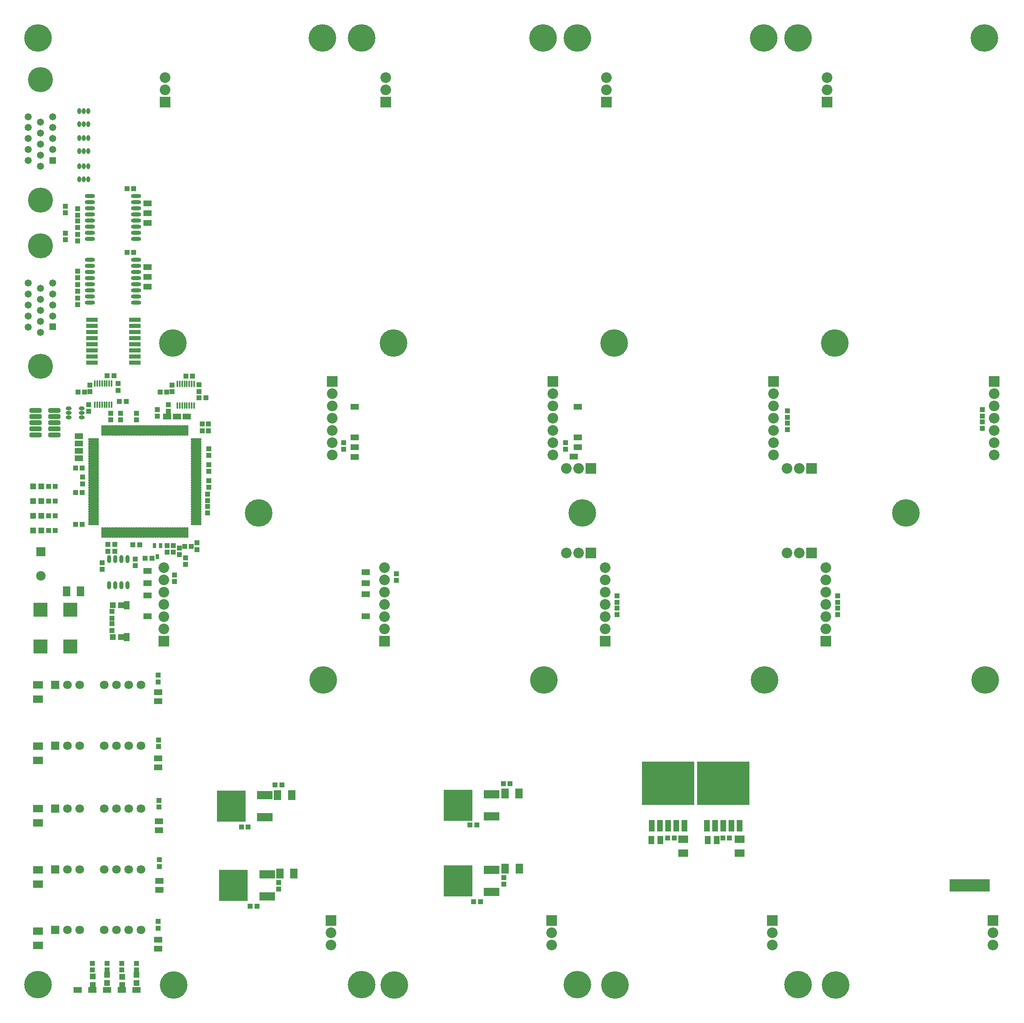
<source format=gts>
G04*
G04 #@! TF.GenerationSoftware,Altium Limited,Altium Designer,20.0.14 (345)*
G04*
G04 Layer_Color=8388736*
%FSLAX25Y25*%
%MOIN*%
G70*
G01*
G75*
%ADD44R,0.32857X0.10236*%
%ADD45R,0.04343X0.03950*%
%ADD46R,0.03950X0.04343*%
%ADD47R,0.09800X0.03800*%
%ADD48R,0.06706X0.05131*%
%ADD49R,0.07099X0.04737*%
%ADD50R,0.05000X0.09800*%
%ADD51R,0.42800X0.35800*%
%ADD52R,0.07887X0.05918*%
%ADD53R,0.05131X0.06706*%
%ADD54R,0.05918X0.07887*%
%ADD55R,0.12611X0.07099*%
%ADD56R,0.23635X0.25210*%
%ADD57R,0.04540X0.04540*%
%ADD58R,0.02769X0.04343*%
%ADD59R,0.04540X0.04540*%
%ADD60O,0.03162X0.06509*%
%ADD61O,0.09068X0.01981*%
%ADD62O,0.01981X0.09068*%
%ADD63O,0.04737X0.03162*%
%ADD64O,0.08280X0.03162*%
%ADD65O,0.03162X0.04737*%
%ADD66R,0.11430X0.11430*%
G04:AMPARAMS|DCode=67|XSize=37.92mil|YSize=102.49mil|CornerRadius=11.48mil|HoleSize=0mil|Usage=FLASHONLY|Rotation=270.000|XOffset=0mil|YOffset=0mil|HoleType=Round|Shape=RoundedRectangle|*
%AMROUNDEDRECTD67*
21,1,0.03792,0.07953,0,0,270.0*
21,1,0.01496,0.10249,0,0,270.0*
1,1,0.02296,-0.03976,-0.00748*
1,1,0.02296,-0.03976,0.00748*
1,1,0.02296,0.03976,0.00748*
1,1,0.02296,0.03976,-0.00748*
%
%ADD67ROUNDEDRECTD67*%
%ADD68O,0.01400X0.05715*%
%ADD69R,0.04737X0.07099*%
%ADD70R,0.07099X0.07099*%
%ADD71C,0.07099*%
%ADD72C,0.08674*%
%ADD73R,0.08674X0.08674*%
%ADD74R,0.08674X0.08674*%
%ADD75C,0.20485*%
%ADD76C,0.05800*%
%ADD77R,0.05800X0.05800*%
%ADD78C,0.07800*%
%ADD79R,0.07800X0.07800*%
%ADD80C,0.22453*%
%ADD81C,0.03400*%
D44*
X759898Y81255D02*
D03*
D45*
X770291Y464044D02*
D03*
Y469556D02*
D03*
X652291Y307556D02*
D03*
Y302044D02*
D03*
X611291Y463044D02*
D03*
Y468556D02*
D03*
X472291Y307556D02*
D03*
Y302044D02*
D03*
X22291Y608044D02*
D03*
Y613556D02*
D03*
X36291Y414312D02*
D03*
Y408800D02*
D03*
X139291Y432044D02*
D03*
Y437556D02*
D03*
X120291Y348556D02*
D03*
Y343044D02*
D03*
X138291Y395044D02*
D03*
Y400556D02*
D03*
X32291Y566044D02*
D03*
Y571556D02*
D03*
Y618044D02*
D03*
Y623556D02*
D03*
Y582556D02*
D03*
Y577044D02*
D03*
Y633556D02*
D03*
Y628044D02*
D03*
X22291Y635556D02*
D03*
Y630044D02*
D03*
X109291Y489556D02*
D03*
Y484044D02*
D03*
X41291Y468044D02*
D03*
Y473556D02*
D03*
X106291Y468044D02*
D03*
Y473556D02*
D03*
X42291Y489556D02*
D03*
Y484044D02*
D03*
X652291Y312044D02*
D03*
Y317556D02*
D03*
X472291Y312044D02*
D03*
Y317556D02*
D03*
X611291Y458556D02*
D03*
Y453044D02*
D03*
X770291Y459556D02*
D03*
Y454044D02*
D03*
X52291Y339044D02*
D03*
Y344556D02*
D03*
X129426Y355254D02*
D03*
Y360766D02*
D03*
X134000Y457756D02*
D03*
Y452244D02*
D03*
X139291Y419044D02*
D03*
Y424556D02*
D03*
Y411556D02*
D03*
Y406044D02*
D03*
X138291Y390556D02*
D03*
Y385044D02*
D03*
X97291Y469556D02*
D03*
Y464044D02*
D03*
X139000Y457756D02*
D03*
Y452244D02*
D03*
X67291Y466556D02*
D03*
Y461044D02*
D03*
X115291Y351044D02*
D03*
Y356556D02*
D03*
X110375Y358556D02*
D03*
Y353044D02*
D03*
X105291Y353044D02*
D03*
Y358556D02*
D03*
X32291Y612556D02*
D03*
Y607044D02*
D03*
X80291Y466556D02*
D03*
Y461044D02*
D03*
X59291Y466556D02*
D03*
Y461044D02*
D03*
X32291Y560556D02*
D03*
Y555044D02*
D03*
X65291Y485288D02*
D03*
Y490800D02*
D03*
X131291Y484288D02*
D03*
Y489800D02*
D03*
X292291Y335556D02*
D03*
Y330044D02*
D03*
X379741Y82044D02*
D03*
Y87556D02*
D03*
X80291Y12044D02*
D03*
Y17556D02*
D03*
X68291Y12044D02*
D03*
Y17556D02*
D03*
X56291Y12044D02*
D03*
Y17556D02*
D03*
X44291Y12044D02*
D03*
Y17556D02*
D03*
X98809Y96465D02*
D03*
Y101977D02*
D03*
X98584Y145075D02*
D03*
Y150587D02*
D03*
X98059Y194446D02*
D03*
Y199958D02*
D03*
X98000Y46244D02*
D03*
Y51756D02*
D03*
Y252756D02*
D03*
Y247244D02*
D03*
X111291Y334556D02*
D03*
Y329044D02*
D03*
X79291Y342044D02*
D03*
Y347556D02*
D03*
X60291Y289288D02*
D03*
Y294800D02*
D03*
Y304800D02*
D03*
Y299288D02*
D03*
X249291Y442556D02*
D03*
Y437044D02*
D03*
X430291Y442556D02*
D03*
Y437044D02*
D03*
X196344Y83533D02*
D03*
Y78021D02*
D03*
D46*
X92756Y348000D02*
D03*
X87244D02*
D03*
X38047Y483800D02*
D03*
X32535D02*
D03*
X105047D02*
D03*
X99535D02*
D03*
X61756Y497000D02*
D03*
X56244D02*
D03*
X126047Y496800D02*
D03*
X120535D02*
D03*
X57045Y359472D02*
D03*
X62556D02*
D03*
X77323Y359139D02*
D03*
X82835D02*
D03*
X125047Y357800D02*
D03*
X119535D02*
D03*
X30535Y421800D02*
D03*
X36047D02*
D03*
X78047Y597800D02*
D03*
X72535D02*
D03*
X30535Y401800D02*
D03*
X36047D02*
D03*
X30535Y375800D02*
D03*
X36047D02*
D03*
X78047Y649800D02*
D03*
X72535D02*
D03*
X136756Y479000D02*
D03*
X131244D02*
D03*
X71756Y476000D02*
D03*
X66244D02*
D03*
X558535Y119800D02*
D03*
X564047D02*
D03*
X379488Y164000D02*
D03*
X385000D02*
D03*
X193244Y163000D02*
D03*
X198756D02*
D03*
X57045Y353800D02*
D03*
X62556D02*
D03*
X14047Y406800D02*
D03*
X8535D02*
D03*
X14047Y394800D02*
D03*
X8535D02*
D03*
X14047Y382800D02*
D03*
X8535D02*
D03*
X14047Y370800D02*
D03*
X8535D02*
D03*
X165779Y128800D02*
D03*
X171291D02*
D03*
X513535Y119800D02*
D03*
X519047D02*
D03*
X172901Y64021D02*
D03*
X178413D02*
D03*
X355229Y67800D02*
D03*
X360741D02*
D03*
X352259Y130373D02*
D03*
X357771D02*
D03*
D47*
X79000Y527729D02*
D03*
Y522729D02*
D03*
Y517729D02*
D03*
Y532729D02*
D03*
Y537729D02*
D03*
Y542729D02*
D03*
Y507729D02*
D03*
Y512729D02*
D03*
X44000Y542729D02*
D03*
Y507729D02*
D03*
Y512729D02*
D03*
Y517729D02*
D03*
Y522729D02*
D03*
Y537729D02*
D03*
Y532729D02*
D03*
Y527729D02*
D03*
D48*
X98000Y29300D02*
D03*
Y36700D02*
D03*
X98584Y126131D02*
D03*
Y133531D02*
D03*
X97927Y177433D02*
D03*
Y184833D02*
D03*
X98000Y238700D02*
D03*
Y231300D02*
D03*
X98809Y84921D02*
D03*
Y77521D02*
D03*
D49*
X440291Y471800D02*
D03*
Y438800D02*
D03*
X437000Y431000D02*
D03*
X258291Y471800D02*
D03*
Y438800D02*
D03*
Y430800D02*
D03*
X267291Y336800D02*
D03*
Y327800D02*
D03*
Y300800D02*
D03*
Y318800D02*
D03*
X44291Y-4200D02*
D03*
X32291D02*
D03*
X89291Y337800D02*
D03*
Y327800D02*
D03*
Y317800D02*
D03*
Y300800D02*
D03*
X105291Y463800D02*
D03*
X113291D02*
D03*
X121291D02*
D03*
X33291Y429800D02*
D03*
Y447800D02*
D03*
Y435800D02*
D03*
Y441800D02*
D03*
X89291Y569800D02*
D03*
Y577800D02*
D03*
Y585800D02*
D03*
Y621800D02*
D03*
Y629800D02*
D03*
Y637800D02*
D03*
X258291Y446800D02*
D03*
X440291D02*
D03*
X56291Y-4200D02*
D03*
X80291D02*
D03*
X68291D02*
D03*
D50*
X558828Y129902D02*
D03*
X565528D02*
D03*
X572228D02*
D03*
X552128D02*
D03*
X545428D02*
D03*
X513828D02*
D03*
X520528D02*
D03*
X527228D02*
D03*
X507128D02*
D03*
X500428D02*
D03*
D51*
X558828Y164402D02*
D03*
X513828D02*
D03*
D52*
X572291Y107383D02*
D03*
Y118800D02*
D03*
X526291Y107383D02*
D03*
Y118800D02*
D03*
X0Y194709D02*
D03*
Y183291D02*
D03*
Y244709D02*
D03*
Y233291D02*
D03*
Y143709D02*
D03*
Y132291D02*
D03*
Y82291D02*
D03*
Y93709D02*
D03*
X-0Y43709D02*
D03*
Y32291D02*
D03*
D53*
X546258Y118221D02*
D03*
X553658D02*
D03*
X507528D02*
D03*
X500128D02*
D03*
D54*
X380932Y156129D02*
D03*
X392349D02*
D03*
X392449Y94800D02*
D03*
X381032D02*
D03*
X208549Y90777D02*
D03*
X197132D02*
D03*
X195323Y154800D02*
D03*
X206741D02*
D03*
X23291Y321000D02*
D03*
X34709D02*
D03*
D55*
X370032Y75804D02*
D03*
Y93796D02*
D03*
X186840Y72025D02*
D03*
Y90017D02*
D03*
X185032Y136808D02*
D03*
Y154800D02*
D03*
X370032Y155600D02*
D03*
Y137608D02*
D03*
D56*
X342552Y84800D02*
D03*
X159360Y81021D02*
D03*
X157552Y145804D02*
D03*
X342552Y146604D02*
D03*
D57*
X80291Y8146D02*
D03*
Y1453D02*
D03*
X68417Y6510D02*
D03*
Y-183D02*
D03*
X56291Y8146D02*
D03*
Y1453D02*
D03*
X44418Y6630D02*
D03*
Y-62D02*
D03*
D58*
X99839Y358301D02*
D03*
X94721D02*
D03*
X97280Y349443D02*
D03*
D59*
X67638Y283800D02*
D03*
X60945D02*
D03*
Y309800D02*
D03*
X67638D02*
D03*
X-4055Y406800D02*
D03*
X2638D02*
D03*
X-4055Y394800D02*
D03*
X2638D02*
D03*
Y382800D02*
D03*
X-4055D02*
D03*
X2638Y370800D02*
D03*
X-4055D02*
D03*
D60*
X72791Y347528D02*
D03*
X67791D02*
D03*
X62791D02*
D03*
X57791D02*
D03*
X72791Y326072D02*
D03*
X67791D02*
D03*
X62791D02*
D03*
X57791D02*
D03*
D61*
X45268Y376280D02*
D03*
Y378249D02*
D03*
Y380217D02*
D03*
Y382186D02*
D03*
Y384154D02*
D03*
Y386123D02*
D03*
Y388091D02*
D03*
Y390060D02*
D03*
Y392028D02*
D03*
Y393997D02*
D03*
Y395965D02*
D03*
Y397934D02*
D03*
Y399902D02*
D03*
Y401871D02*
D03*
Y403839D02*
D03*
Y405808D02*
D03*
Y407776D02*
D03*
Y409745D02*
D03*
Y411713D02*
D03*
Y413682D02*
D03*
Y415650D02*
D03*
Y417619D02*
D03*
Y419587D02*
D03*
Y421556D02*
D03*
Y423524D02*
D03*
Y425493D02*
D03*
Y427461D02*
D03*
Y429430D02*
D03*
Y431398D02*
D03*
Y433367D02*
D03*
Y435335D02*
D03*
Y437304D02*
D03*
Y439272D02*
D03*
Y441241D02*
D03*
Y443210D02*
D03*
Y445178D02*
D03*
X128732D02*
D03*
Y443210D02*
D03*
Y441241D02*
D03*
Y439272D02*
D03*
Y437304D02*
D03*
Y435335D02*
D03*
Y433367D02*
D03*
Y431398D02*
D03*
Y429430D02*
D03*
Y427461D02*
D03*
Y425493D02*
D03*
Y423524D02*
D03*
Y421556D02*
D03*
Y419587D02*
D03*
Y417619D02*
D03*
Y415650D02*
D03*
Y413682D02*
D03*
Y411713D02*
D03*
Y409745D02*
D03*
Y407776D02*
D03*
Y405808D02*
D03*
Y403839D02*
D03*
Y401871D02*
D03*
Y399902D02*
D03*
Y397934D02*
D03*
Y395965D02*
D03*
Y393997D02*
D03*
Y392028D02*
D03*
Y390060D02*
D03*
Y388091D02*
D03*
Y386123D02*
D03*
Y384154D02*
D03*
Y382186D02*
D03*
Y380217D02*
D03*
Y378249D02*
D03*
Y376280D02*
D03*
D62*
X52551Y452461D02*
D03*
X54520D02*
D03*
X56488D02*
D03*
X58457D02*
D03*
X60425D02*
D03*
X62394D02*
D03*
X64362D02*
D03*
X66331D02*
D03*
X68299D02*
D03*
X70268D02*
D03*
X72236D02*
D03*
X74205D02*
D03*
X76173D02*
D03*
X78142D02*
D03*
X80110D02*
D03*
X82079D02*
D03*
X84047D02*
D03*
X86016D02*
D03*
X87984D02*
D03*
X89953D02*
D03*
X91921D02*
D03*
X93890D02*
D03*
X95858D02*
D03*
X97827D02*
D03*
X99795D02*
D03*
X101764D02*
D03*
X103732D02*
D03*
X105701D02*
D03*
X107669D02*
D03*
X109638D02*
D03*
X111606D02*
D03*
X113575D02*
D03*
X115543D02*
D03*
X117512D02*
D03*
X119480D02*
D03*
X121449D02*
D03*
Y368997D02*
D03*
X119480D02*
D03*
X117512D02*
D03*
X115543D02*
D03*
X113575D02*
D03*
X111606D02*
D03*
X109638D02*
D03*
X107669D02*
D03*
X105701D02*
D03*
X103732D02*
D03*
X101764D02*
D03*
X99795D02*
D03*
X97827D02*
D03*
X95858D02*
D03*
X93890D02*
D03*
X91921D02*
D03*
X89953D02*
D03*
X87984D02*
D03*
X86016D02*
D03*
X84047D02*
D03*
X82079D02*
D03*
X80110D02*
D03*
X78142D02*
D03*
X76173D02*
D03*
X74205D02*
D03*
X72236D02*
D03*
X70268D02*
D03*
X68299D02*
D03*
X66331D02*
D03*
X64362D02*
D03*
X62394D02*
D03*
X60425D02*
D03*
X58457D02*
D03*
X56488D02*
D03*
X54520D02*
D03*
X52551D02*
D03*
D63*
X35606Y463060D02*
D03*
Y466800D02*
D03*
Y470540D02*
D03*
X24976Y463060D02*
D03*
Y466800D02*
D03*
Y470540D02*
D03*
D64*
X79760Y556729D02*
D03*
Y561729D02*
D03*
Y566729D02*
D03*
Y571729D02*
D03*
Y576729D02*
D03*
Y581729D02*
D03*
Y586729D02*
D03*
Y591729D02*
D03*
X42358Y556729D02*
D03*
Y561729D02*
D03*
Y566729D02*
D03*
Y571729D02*
D03*
Y576729D02*
D03*
Y581729D02*
D03*
Y586729D02*
D03*
Y591729D02*
D03*
X79760Y608729D02*
D03*
Y613729D02*
D03*
Y618729D02*
D03*
Y623729D02*
D03*
Y628729D02*
D03*
Y633729D02*
D03*
Y638729D02*
D03*
Y643729D02*
D03*
X42358Y608729D02*
D03*
Y613729D02*
D03*
Y618729D02*
D03*
Y623729D02*
D03*
Y628729D02*
D03*
Y633729D02*
D03*
Y638729D02*
D03*
Y643729D02*
D03*
D65*
X41032Y668115D02*
D03*
X37291D02*
D03*
X33551D02*
D03*
X41032Y657485D02*
D03*
X37291D02*
D03*
X33551D02*
D03*
X41032Y691115D02*
D03*
X37291D02*
D03*
X33551D02*
D03*
X41032Y680485D02*
D03*
X37291D02*
D03*
X33551D02*
D03*
X41032Y713115D02*
D03*
X37291D02*
D03*
X33551D02*
D03*
X41032Y702485D02*
D03*
X37291D02*
D03*
X33551D02*
D03*
D66*
X26244Y306000D02*
D03*
X1756D02*
D03*
X26244Y276000D02*
D03*
X1756D02*
D03*
D67*
X13124Y448800D02*
D03*
Y453800D02*
D03*
Y458800D02*
D03*
Y463800D02*
D03*
Y468800D02*
D03*
X-2231Y448800D02*
D03*
Y453800D02*
D03*
Y458800D02*
D03*
Y463800D02*
D03*
Y468800D02*
D03*
D68*
X113480Y472800D02*
D03*
X115449D02*
D03*
X117417D02*
D03*
X119386D02*
D03*
X121354D02*
D03*
X123323D02*
D03*
X125291D02*
D03*
X127260D02*
D03*
X113480Y490320D02*
D03*
X115449D02*
D03*
X117417D02*
D03*
X119386D02*
D03*
X121354D02*
D03*
X123323D02*
D03*
X125291D02*
D03*
X127260D02*
D03*
X46182Y473341D02*
D03*
X48150D02*
D03*
X50119D02*
D03*
X52087D02*
D03*
X54056D02*
D03*
X56024D02*
D03*
X57993D02*
D03*
X59961D02*
D03*
X46182Y490861D02*
D03*
X48150D02*
D03*
X50119D02*
D03*
X52087D02*
D03*
X54056D02*
D03*
X56024D02*
D03*
X57993D02*
D03*
X59961D02*
D03*
D69*
X72291Y309800D02*
D03*
Y283800D02*
D03*
D70*
X14000Y143831D02*
D03*
Y94021D02*
D03*
Y195000D02*
D03*
Y44800D02*
D03*
Y244800D02*
D03*
D71*
X24000Y143831D02*
D03*
X34000D02*
D03*
X54000D02*
D03*
X64000D02*
D03*
X74000D02*
D03*
X84000D02*
D03*
Y94021D02*
D03*
X74000D02*
D03*
X64000D02*
D03*
X54000D02*
D03*
X34000D02*
D03*
X24000D02*
D03*
Y195000D02*
D03*
X34000D02*
D03*
X54000D02*
D03*
X64000D02*
D03*
X74000D02*
D03*
X84000D02*
D03*
Y44800D02*
D03*
X74000D02*
D03*
X64000D02*
D03*
X54000D02*
D03*
X34000D02*
D03*
X24000D02*
D03*
Y244800D02*
D03*
X34000D02*
D03*
X54000D02*
D03*
X64000D02*
D03*
X74000D02*
D03*
X84000D02*
D03*
D72*
X779964Y432326D02*
D03*
Y482326D02*
D03*
Y472326D02*
D03*
Y452326D02*
D03*
Y462326D02*
D03*
Y442326D02*
D03*
X599964D02*
D03*
Y462326D02*
D03*
Y452326D02*
D03*
Y472326D02*
D03*
Y482326D02*
D03*
Y432326D02*
D03*
X419964D02*
D03*
Y482326D02*
D03*
Y472326D02*
D03*
Y452326D02*
D03*
Y462326D02*
D03*
Y442326D02*
D03*
X642520Y330425D02*
D03*
Y310425D02*
D03*
Y320425D02*
D03*
Y300425D02*
D03*
Y290425D02*
D03*
Y340425D02*
D03*
X462520D02*
D03*
Y290425D02*
D03*
Y300425D02*
D03*
Y320425D02*
D03*
Y310425D02*
D03*
Y330425D02*
D03*
X239964Y442326D02*
D03*
Y462326D02*
D03*
Y452326D02*
D03*
Y472326D02*
D03*
Y482326D02*
D03*
Y432326D02*
D03*
X102520Y340425D02*
D03*
Y290425D02*
D03*
Y300425D02*
D03*
Y320425D02*
D03*
Y310425D02*
D03*
Y330425D02*
D03*
X282520D02*
D03*
Y310425D02*
D03*
Y320425D02*
D03*
Y300425D02*
D03*
Y290425D02*
D03*
Y340425D02*
D03*
X103476Y740307D02*
D03*
Y730307D02*
D03*
X238999Y42429D02*
D03*
Y32429D02*
D03*
X598999D02*
D03*
Y42429D02*
D03*
X643476Y730307D02*
D03*
Y740307D02*
D03*
X283476D02*
D03*
Y730307D02*
D03*
X418999Y42429D02*
D03*
Y32429D02*
D03*
X778999D02*
D03*
Y42429D02*
D03*
X463476Y730307D02*
D03*
Y740307D02*
D03*
X610964Y421326D02*
D03*
X620964D02*
D03*
X440964D02*
D03*
X430964D02*
D03*
Y352326D02*
D03*
X440964D02*
D03*
X620964D02*
D03*
X610964D02*
D03*
D73*
X779964Y492326D02*
D03*
X599964D02*
D03*
X419964D02*
D03*
X642520Y280425D02*
D03*
X462520D02*
D03*
X239964Y492326D02*
D03*
X102520Y280425D02*
D03*
X282520D02*
D03*
X103476Y720307D02*
D03*
X238999Y52429D02*
D03*
X598999D02*
D03*
X643476Y720307D02*
D03*
X283476D02*
D03*
X418999Y52429D02*
D03*
X778999D02*
D03*
X463476Y720307D02*
D03*
D74*
X630964Y421326D02*
D03*
X450964D02*
D03*
Y352326D02*
D03*
X630964D02*
D03*
D75*
X2000Y603115D02*
D03*
Y504729D02*
D03*
Y640536D02*
D03*
Y738922D02*
D03*
D76*
Y532406D02*
D03*
Y541383D02*
D03*
Y550359D02*
D03*
Y559335D02*
D03*
Y568312D02*
D03*
X12000Y572800D02*
D03*
Y563824D02*
D03*
Y554847D02*
D03*
Y545871D02*
D03*
X-8000Y572800D02*
D03*
Y563824D02*
D03*
Y554847D02*
D03*
Y545871D02*
D03*
Y536895D02*
D03*
Y672702D02*
D03*
Y681678D02*
D03*
Y690654D02*
D03*
Y699631D02*
D03*
Y708607D02*
D03*
X12000Y681678D02*
D03*
Y690654D02*
D03*
Y699631D02*
D03*
Y708607D02*
D03*
X2000Y704119D02*
D03*
Y695143D02*
D03*
Y686166D02*
D03*
Y677190D02*
D03*
Y668213D02*
D03*
D77*
X11842Y536973D02*
D03*
Y672780D02*
D03*
D78*
X2291Y333800D02*
D03*
D79*
Y353485D02*
D03*
D80*
X180000Y385000D02*
D03*
X110000Y523800D02*
D03*
X412000Y772800D02*
D03*
X440000D02*
D03*
X592000D02*
D03*
X620000D02*
D03*
X444000Y385000D02*
D03*
X708000D02*
D03*
X650552Y-91D02*
D03*
X620000Y0D02*
D03*
X290552Y-91D02*
D03*
X264000Y0D02*
D03*
X0D02*
D03*
X772000Y772800D02*
D03*
X440000Y0D02*
D03*
X412552Y248909D02*
D03*
X772552D02*
D03*
X592552D02*
D03*
X232552D02*
D03*
X232000Y772800D02*
D03*
X264000D02*
D03*
X650000Y523800D02*
D03*
X470000D02*
D03*
X470552Y-91D02*
D03*
X110552D02*
D03*
X290000Y523800D02*
D03*
X-0Y772800D02*
D03*
D81*
X625921Y767041D02*
D03*
X613921Y779041D02*
D03*
X613421Y767541D02*
D03*
X625921Y779041D02*
D03*
X619921Y764541D02*
D03*
X628421Y773041D02*
D03*
X611421D02*
D03*
X619921Y781541D02*
D03*
X625921Y-5759D02*
D03*
X613921Y6241D02*
D03*
X613421Y-5259D02*
D03*
X625921Y6241D02*
D03*
X619921Y-8259D02*
D03*
X628421Y241D02*
D03*
X611421D02*
D03*
X619921Y8741D02*
D03*
X263921D02*
D03*
X255421Y241D02*
D03*
X272422D02*
D03*
X263921Y-8259D02*
D03*
X269921Y6241D02*
D03*
X257421Y-5259D02*
D03*
X257922Y6241D02*
D03*
X269921Y-5759D02*
D03*
X439922Y8741D02*
D03*
X431422Y241D02*
D03*
X448421D02*
D03*
X439922Y-8259D02*
D03*
X445922Y6241D02*
D03*
X433422Y-5259D02*
D03*
X433921Y6241D02*
D03*
X445922Y-5759D02*
D03*
X-78Y8741D02*
D03*
X-8579Y241D02*
D03*
X8422D02*
D03*
X-78Y-8259D02*
D03*
X5922Y6241D02*
D03*
X-6578Y-5259D02*
D03*
X-6078Y6241D02*
D03*
X5922Y-5759D02*
D03*
X439922Y781541D02*
D03*
X431422Y773041D02*
D03*
X448421D02*
D03*
X439922Y764541D02*
D03*
X445922Y779041D02*
D03*
X433422Y767541D02*
D03*
X433921Y779041D02*
D03*
X445922Y767041D02*
D03*
X263921Y781541D02*
D03*
X255421Y773041D02*
D03*
X272422D02*
D03*
X263921Y764541D02*
D03*
X269921Y779041D02*
D03*
X257421Y767541D02*
D03*
X257922Y779041D02*
D03*
X269921Y767041D02*
D03*
X5922D02*
D03*
X-6078Y779041D02*
D03*
X-6578Y767541D02*
D03*
X5922Y779041D02*
D03*
X-78Y764541D02*
D03*
X8422Y773041D02*
D03*
X-8579D02*
D03*
X-78Y781541D02*
D03*
M02*

</source>
